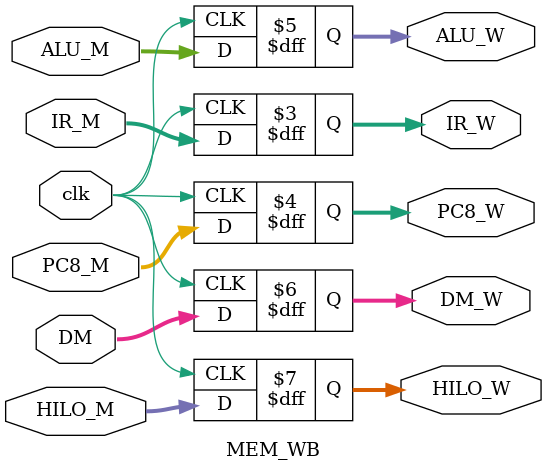
<source format=v>
`timescale 1ns / 1ps
module MEM_WB(
clk, 
IR_M, PC8_M, ALU_M, DM,  HILO_M,
IR_W, PC8_W, ALU_W, DM_W,HILO_W  
    );
	 
	 input clk;
    input [31:0] IR_M;
    input [31:0] PC8_M;
    input [31:0] ALU_M;
	 input [31:0] DM;
	 input [31:0] HILO_M;
    
    output [31:0] IR_W;
	 output [31:0] PC8_W;
    output [31:0] ALU_W;
    output [31:0] DM_W;
    output [31:0] HILO_W; 
	 
	 initial
		IR_W = 0 ;
		
	 reg [31:0] IR_W , PC8_W , ALU_W , DM_W , HILO_W ; 
	 always @(posedge clk)
		begin
			IR_W <= IR_M ;
			PC8_W <= PC8_M ;
			ALU_W <= ALU_M ;
			DM_W <= DM ;
			HILO_W <= HILO_M ;
		end

endmodule

</source>
